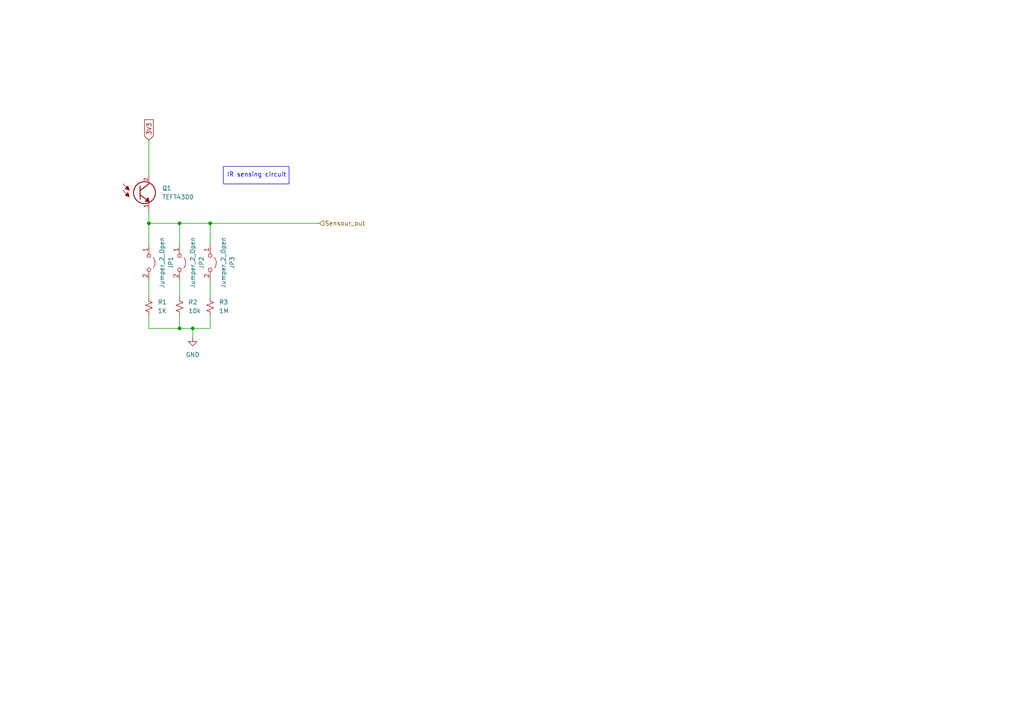
<source format=kicad_sch>
(kicad_sch (version 20231120) (generator "eeschema") (generator_version "8.0")
  (paper "A4")
  (lib_symbols
    (symbol "Device:R_Small_US" (pin_numbers hide) (pin_names (offset 0.254) hide)
      (property "Reference" "R" (at 0.762 0.508 0))
      (property "Value" "R_Small_US" (at 0.762 -1.016 0))
      (symbol "R_Small_US_1_1"
        (polyline (pts (xy 0 0) (xy 1.016 -0.381) (xy 0 -0.762) (xy -1.016 -1.143) (xy 0 -1.524)))
        (polyline (pts (xy 0 1.524) (xy 1.016 1.143) (xy 0 0.762) (xy -1.016 0.381) (xy 0 0)))
        (pin passive line (at 0 2.54 270) (length 1.016) (name "~") (number "1"))
        (pin passive line (at 0 -2.54 90) (length 1.016) (name "~") (number "2"))
      )
    )
    (symbol "Jumper:Jumper_2_Open" (pin_names (offset 0) hide)
      (property "Reference" "JP" (at 0 2.794 0))
      (property "Value" "Jumper_2_Open" (at 0 -2.286 0))
      (symbol "Jumper_2_Open_0_0"
        (circle (center -2.032 0) (radius 0.508))
        (circle (center 2.032 0) (radius 0.508))
      )
      (symbol "Jumper_2_Open_0_1"
        (arc (start 1.524 1.27) (mid 0 1.778) (end -1.524 1.27))
      )
      (symbol "Jumper_2_Open_1_1"
        (pin passive line (at -5.08 0 0) (length 2.54) (name "A") (number "1"))
        (pin passive line (at 5.08 0 180) (length 2.54) (name "B") (number "2"))
      )
    )
    (symbol "TEFT4300:TEFT4300" (pin_names (offset 1.016))
      (property "Reference" "Q" (at -10.1556 5.0822 0))
      (property "Value" "TEFT4300" (at -10.1508 -7.62 0))
      (symbol "TEFT4300_0_0"
        (polyline (pts (xy -4.953 0.635) (xy -3.175 -1.143)) (stroke (width 0.1524)))
        (polyline (pts (xy -4.953 2.54) (xy -3.175 0.762)) (stroke (width 0.1524)))
        (polyline (pts (xy -4.318 -0.762) (xy -3.556 0)) (stroke (width 0.1524)))
        (polyline (pts (xy -4.318 1.143) (xy -3.556 1.905)) (stroke (width 0.1524)))
        (polyline (pts (xy -3.556 0) (xy -3.175 -1.143)) (stroke (width 0.1524)))
        (polyline (pts (xy -3.556 1.905) (xy -3.175 0.762)) (stroke (width 0.1524)))
        (polyline (pts (xy -3.175 -1.143) (xy -4.318 -0.762)) (stroke (width 0.1524)))
        (polyline (pts (xy -3.175 0.762) (xy -4.318 1.143)) (stroke (width 0.1524)))
        (polyline (pts (xy 0 -0.635) (xy 0 -1.905)) (stroke (width 0.254)))
        (polyline (pts (xy 0 -0.635) (xy 2.54 -2.54)) (stroke (width 0.254)))
        (polyline (pts (xy 0 0.635) (xy 0 -0.635)) (stroke (width 0.254)))
        (polyline (pts (xy 0 0.635) (xy 2.54 2.54)) (stroke (width 0.254)))
        (polyline (pts (xy 0 1.905) (xy 0 0.635)) (stroke (width 0.254)))
        (polyline (pts (xy 2.286 -2.286) (xy 2.54 -2.54)) (stroke (width 0.1524)))
        (polyline (pts (xy -4.318 -0.762) (xy -3.175 -1.143) (xy -3.556 0) (xy -4.318 -0.762)) (stroke (width 0.1524)) (fill (type outline)))
        (polyline (pts (xy -4.318 1.143) (xy -3.175 0.762) (xy -3.556 1.905) (xy -4.318 1.143)) (stroke (width 0.1524)) (fill (type outline)))
        (polyline (pts (xy 2.54 -2.54) (xy 2.286 -1.524) (xy 1.524 -2.54) (xy 2.54 -2.54)) (stroke (width 0.254)) (fill (type outline)))
        (circle (center 1.27 0) (radius 3.175) (stroke (width 0.254)))
      )
      (symbol "TEFT4300_1_0"
        (pin passive line (at 2.54 -5.08 90) (length 2.54) (name "~") (number "1"))
        (pin passive line (at 2.54 5.08 270) (length 2.54) (name "~") (number "2"))
      )
    )
    (symbol "power:GND" (power) (pin_numbers hide) (pin_names (offset 0) hide)
      (property "Value" "GND" (at 0 -3.81 0))
      (symbol "GND_0_1"
        (polyline (pts (xy 0 0) (xy 0 -1.27) (xy 1.27 -1.27) (xy 0 -2.54) (xy -1.27 -1.27) (xy 0 -1.27)))
      )
      (symbol "GND_1_1"
        (pin power_in line (at 0 0 270) (length 0) (name "~") (number "1"))
      )
    )
  )
  (junction (at 52.07 95.25))
  (junction (at 43.18 64.77))
  (junction (at 60.96 64.77))
  (junction (at 55.88 95.25))
  (junction (at 52.07 64.77))
  (wire (pts (xy 60.96 64.77) (xy 60.96 71.12)))
  (wire (pts (xy 60.96 81.28) (xy 60.96 86.36)))
  (wire (pts (xy 43.18 64.77) (xy 43.18 71.12)))
  (wire (pts (xy 52.07 95.25) (xy 43.18 95.25)))
  (wire (pts (xy 52.07 81.28) (xy 52.07 86.36)))
  (wire (pts (xy 60.96 95.25) (xy 55.88 95.25)))
  (wire (pts (xy 52.07 64.77) (xy 60.96 64.77)))
  (wire (pts (xy 52.07 64.77) (xy 52.07 71.12)))
  (wire (pts (xy 43.18 81.28) (xy 43.18 86.36)))
  (wire (pts (xy 43.18 64.77) (xy 52.07 64.77)))
  (wire (pts (xy 43.18 95.25) (xy 43.18 91.44)))
  (wire (pts (xy 43.18 60.96) (xy 43.18 64.77)))
  (wire (pts (xy 43.18 50.8) (xy 43.18 40.64)))
  (wire (pts (xy 55.88 95.25) (xy 52.07 95.25)))
  (wire (pts (xy 60.96 91.44) (xy 60.96 95.25)))
  (wire (pts (xy 60.96 64.77) (xy 92.71 64.77)))
  (wire (pts (xy 52.07 91.44) (xy 52.07 95.25)))
  (wire (pts (xy 55.88 95.25) (xy 55.88 97.79)))
  (rectangle (start 64.77 48.26) (end 83.82 53.34))
  (text "IR sensing circuit\n" (at 74.422 50.8 0) (effects (font (size 1.27 1.27))))
  (global_label "3V3" (shape input) (at 43.18 40.64 90) (property "Intersheetrefs" "${INTERSHEET_REFS}" (effects (hide yes))))
  (hierarchical_label "Sensour_out" (shape input) (at 92.71 64.77 0))
  (symbol (lib_id "Device:R_Small_US") (at 43.18 88.9 0) (unit 1)
    (property "Reference" "R1" (at 45.72 87.6299 0) (effects (justify left)))
    (property "Value" "1K" (at 45.72 90.1699 0) (effects (justify left)))
    (property "Footprint" "Resistor_THT:R_Axial_DIN0207_L6.3mm_D2.5mm_P2.54mm_Vertical" (effects (hide yes)))
    (property "Description" "Resistor, small US symbol" (effects (hide yes)))
    (property "LCSC" "C274526" (effects (hide yes)))
    (instances (project "EEE3088F_MHMZAM005_Sensing" (path "" (reference "R1") (unit 1)) (path "" (reference "R4") (unit 1)) (path "" (reference "R7") (unit 1))))
  )
  (symbol (lib_id "Device:R_Small_US") (at 52.07 88.9 0) (unit 1)
    (property "Reference" "R2" (at 54.61 87.6299 0) (effects (justify left)))
    (property "Value" "10k" (at 54.61 90.1699 0) (effects (justify left)))
    (property "Footprint" "Resistor_THT:R_Axial_DIN0207_L6.3mm_D2.5mm_P2.54mm_Vertical" (effects (hide yes)))
    (property "Description" "Resistor, small US symbol" (effects (hide yes)))
    (property "LCSC" "C274420" (effects (hide yes)))
    (instances (project "EEE3088F_MHMZAM005_Sensing" (path "" (reference "R2") (unit 1)) (path "" (reference "R5") (unit 1)) (path "" (reference "R8") (unit 1))))
  )
  (symbol (lib_id "Jumper:Jumper_2_Open") (at 60.96 76.2 270) (unit 1)
    (property "Reference" "JP3" (at 67.31 76.2 0))
    (property "Value" "Jumper_2_Open" (at 64.77 76.2 0))
    (property "Footprint" "Jumper:SolderJumper-2_P1.3mm_Open_Pad1.0x1.5mm" (effects (hide yes)))
    (property "Description" "Jumper, 2-pole, open" (effects (hide yes)))
    (instances (project "EEE3088F_MHMZAM005_Sensing" (path "" (reference "JP3") (unit 1)) (path "" (reference "JP6") (unit 1)) (path "" (reference "JP9") (unit 1))))
  )
  (symbol (lib_id "Jumper:Jumper_2_Open") (at 52.07 76.2 270) (unit 1)
    (property "Reference" "JP2" (at 58.42 76.2 0))
    (property "Value" "Jumper_2_Open" (at 55.88 76.2 0))
    (property "Footprint" "Jumper:SolderJumper-2_P1.3mm_Open_Pad1.0x1.5mm" (effects (hide yes)))
    (property "Description" "Jumper, 2-pole, open" (effects (hide yes)))
    (instances (project "EEE3088F_MHMZAM005_Sensing" (path "" (reference "JP2") (unit 1)) (path "" (reference "JP5") (unit 1)) (path "" (reference "JP8") (unit 1))))
  )
  (symbol (lib_id "TEFT4300:TEFT4300") (at 40.64 55.88 0) (unit 1)
    (property "Reference" "Q1" (at 46.99 54.6099 0) (effects (justify left)))
    (property "Value" "TEFT4300" (at 46.99 57.1499 0) (effects (justify left)))
    (property "Footprint" "LED_THT:LED_D3.0mm_Horizontal_O1.27mm_Z2.0mm" (effects (hide yes)))
    (property "MF" "Vishay Semiconductor" (effects (hide yes)))
    (property "MAXIMUM_PACKAGE_HEIGHT" "6.10mm" (effects (hide yes)))
    (property "PACKAGE" "Radial Vishay" (effects (hide yes)))
    (property "Price" "None" (effects (hide yes)))
    (property "Package" "Radial Vishay" (effects (hide yes)))
    (property "Check_prices" "https://www.snapeda.com/parts/TEFT4300/Vishay+Semiconductor+Opto+Division/view-part/?ref=eda" (effects (hide yes)))
    (property "SnapEDA_Link" "https://www.snapeda.com/parts/TEFT4300/Vishay+Semiconductor+Opto+Division/view-part/?ref=snap" (effects (hide yes)))
    (property "MP" "TEFT4300" (effects (hide yes)))
    (property "Availability" "In Stock" (effects (hide yes)))
    (property "Description_1" "\nPhototransistors 925nm Top View Radial, 3mm Dia (T-1)\n" (effects (hide yes)))
    (property "LCSC" "C118301" (effects (hide yes)))
    (instances (project "EEE3088F_MHMZAM005_Sensing" (path "" (reference "Q1") (unit 1)) (path "" (reference "Q2") (unit 1)) (path "" (reference "Q3") (unit 1))))
  )
  (symbol (lib_id "Device:R_Small_US") (at 60.96 88.9 180) (unit 1)
    (property "Reference" "R3" (at 63.5 87.6299 0) (effects (justify right)))
    (property "Value" "1M" (at 63.5 90.1699 0) (effects (justify right)))
    (property "Footprint" "Resistor_THT:R_Axial_DIN0207_L6.3mm_D2.5mm_P2.54mm_Vertical" (effects (hide yes)))
    (property "Description" "Resistor, small US symbol" (effects (hide yes)))
    (property "LCSC" "C2894664" (effects (hide yes)))
    (instances (project "EEE3088F_MHMZAM005_Sensing" (path "" (reference "R3") (unit 1)) (path "" (reference "R6") (unit 1)) (path "" (reference "R9") (unit 1))))
  )
  (symbol (lib_id "power:GND") (at 55.88 97.79 0) (unit 1)
    (property "Reference" "#PWR03" (effects (hide yes)))
    (property "Value" "GND" (at 55.88 102.87 0))
    (property "Description" "Power symbol creates a global label with name \"GND\" , ground" (effects (hide yes)))
    (instances (project "EEE3088F_MHMZAM005_Sensing" (path "" (reference "#PWR03") (unit 1)) (path "" (reference "#PWR04") (unit 1)) (path "" (reference "#PWR05") (unit 1))))
  )
  (symbol (lib_id "Jumper:Jumper_2_Open") (at 43.18 76.2 270) (unit 1)
    (property "Reference" "JP1" (at 49.53 76.2 0))
    (property "Value" "Jumper_2_Open" (at 46.99 76.2 0))
    (property "Footprint" "Jumper:SolderJumper-2_P1.3mm_Open_Pad1.0x1.5mm" (effects (hide yes)))
    (property "Description" "Jumper, 2-pole, open" (effects (hide yes)))
    (instances (project "EEE3088F_MHMZAM005_Sensing" (path "" (reference "JP1") (unit 1)) (path "" (reference "JP4") (unit 1)) (path "" (reference "JP7") (unit 1))))
  )
)
</source>
